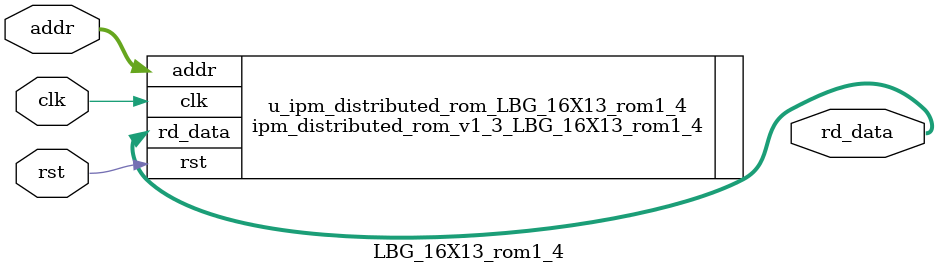
<source format=v>


`timescale 1 ns / 1 ps
module LBG_16X13_rom1_4
    (
     addr        ,
     rst         ,
     clk         ,
     rd_data
    );

    localparam ADDR_WIDTH = 8 ; //@IPC int 4,10

    localparam DATA_WIDTH = 14 ; //@IPC int 1,256

    localparam RST_TYPE = "ASYNC" ; //@IPC enum ASYNC,SYNC

    localparam OUT_REG = 0 ; //@IPC bool

    localparam INIT_ENABLE = 1 ; //@IPC bool

    localparam INIT_FILE = "D:/PDS_FPGA/Audio_test/ipcore/LBG_16X13_rom1_4/rtl/VQ4_LBG_16X13_rom1_4.dat" ; //@IPC string

    localparam FILE_FORMAT = "BIN" ; //@IPC enum BIN,HEX


     output   wire  [DATA_WIDTH-1:0]       rd_data ;
     input    wire  [ADDR_WIDTH-1:0]       addr    ;
     input                                 clk     ;
     input                                 rst     ;

ipm_distributed_rom_v1_3_LBG_16X13_rom1_4
   #(
     .ADDR_WIDTH    (ADDR_WIDTH     ), //address width   range:4-10
     .DATA_WIDTH    (DATA_WIDTH     ), //data width      range:4-256
     .RST_TYPE      (RST_TYPE       ), //reset type   "ASYNC_RESET" "SYNC_RESET"
     .OUT_REG       (OUT_REG        ), //output options :non_register(0)  register(1)
     .INIT_FILE     (INIT_FILE      ), //legal value:"NONE" or "initial file name"
     .FILE_FORMAT   (FILE_FORMAT    )  //initial data format : "bin" or "hex"
    )u_ipm_distributed_rom_LBG_16X13_rom1_4
    (
     .rd_data       (rd_data        ),
     .addr          (addr           ),
     .clk           (clk            ),
     .rst           (rst            )

    );
endmodule

</source>
